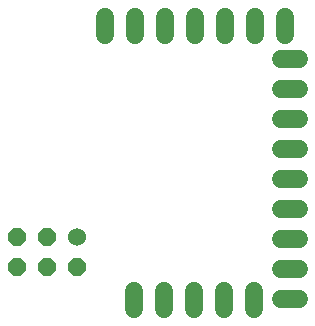
<source format=gbr>
G04 EAGLE Gerber X2 export*
%TF.Part,Single*%
%TF.FileFunction,Copper,L2,Bot,Mixed*%
%TF.FilePolarity,Positive*%
%TF.GenerationSoftware,Autodesk,EAGLE,9.0.0*%
%TF.CreationDate,2018-04-29T07:43:32Z*%
G75*
%MOMM*%
%FSLAX34Y34*%
%LPD*%
%AMOC8*
5,1,8,0,0,1.08239X$1,22.5*%
G01*
%ADD10C,1.524000*%
%ADD11P,1.649562X8X202.500000*%
%ADD12C,1.524000*%


D10*
X110998Y78740D03*
D11*
X85598Y78740D03*
X60198Y78740D03*
X110998Y53340D03*
X85598Y53340D03*
X60198Y53340D03*
D12*
X158750Y33020D02*
X158750Y17780D01*
X184150Y17780D02*
X184150Y33020D01*
X209550Y33020D02*
X209550Y17780D01*
X234950Y17780D02*
X234950Y33020D01*
X260350Y33020D02*
X260350Y17780D01*
X134620Y250190D02*
X134620Y265430D01*
X160020Y265430D02*
X160020Y250190D01*
X185420Y250190D02*
X185420Y265430D01*
X210820Y265430D02*
X210820Y250190D01*
X236220Y250190D02*
X236220Y265430D01*
X261620Y265430D02*
X261620Y250190D01*
X287020Y250190D02*
X287020Y265430D01*
X283210Y26670D02*
X298450Y26670D01*
X298450Y52070D02*
X283210Y52070D01*
X283210Y77470D02*
X298450Y77470D01*
X298450Y102870D02*
X283210Y102870D01*
X283210Y128270D02*
X298450Y128270D01*
X298450Y153670D02*
X283210Y153670D01*
X283210Y179070D02*
X298450Y179070D01*
X298450Y204470D02*
X283210Y204470D01*
X283210Y229870D02*
X298450Y229870D01*
M02*

</source>
